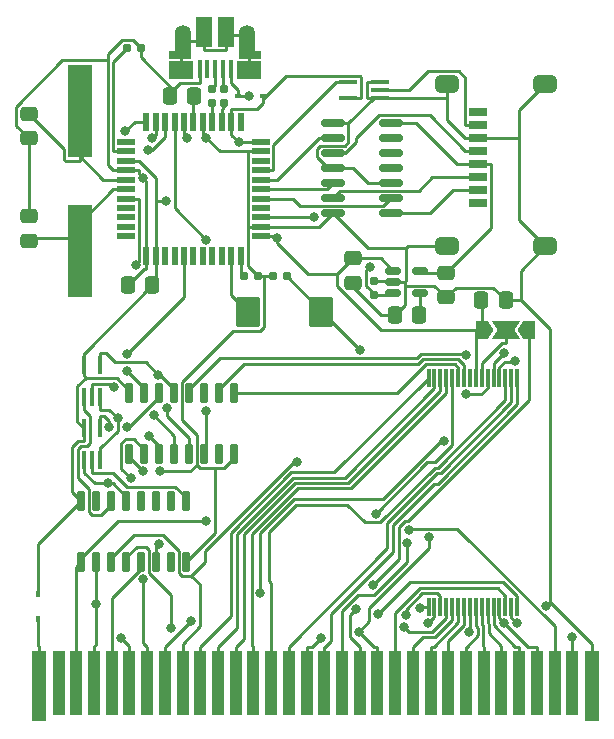
<source format=gbr>
%TF.GenerationSoftware,KiCad,Pcbnew,(6.0.9)*%
%TF.CreationDate,2023-01-10T17:41:50+01:00*%
%TF.ProjectId,gbcart,67626361-7274-42e6-9b69-6361645f7063,rev?*%
%TF.SameCoordinates,Original*%
%TF.FileFunction,Copper,L1,Top*%
%TF.FilePolarity,Positive*%
%FSLAX46Y46*%
G04 Gerber Fmt 4.6, Leading zero omitted, Abs format (unit mm)*
G04 Created by KiCad (PCBNEW (6.0.9)) date 2023-01-10 17:41:50*
%MOMM*%
%LPD*%
G01*
G04 APERTURE LIST*
G04 Aperture macros list*
%AMRoundRect*
0 Rectangle with rounded corners*
0 $1 Rounding radius*
0 $2 $3 $4 $5 $6 $7 $8 $9 X,Y pos of 4 corners*
0 Add a 4 corners polygon primitive as box body*
4,1,4,$2,$3,$4,$5,$6,$7,$8,$9,$2,$3,0*
0 Add four circle primitives for the rounded corners*
1,1,$1+$1,$2,$3*
1,1,$1+$1,$4,$5*
1,1,$1+$1,$6,$7*
1,1,$1+$1,$8,$9*
0 Add four rect primitives between the rounded corners*
20,1,$1+$1,$2,$3,$4,$5,0*
20,1,$1+$1,$4,$5,$6,$7,0*
20,1,$1+$1,$6,$7,$8,$9,0*
20,1,$1+$1,$8,$9,$2,$3,0*%
%AMFreePoly0*
4,1,6,1.000000,0.000000,0.500000,-0.750000,-0.500000,-0.750000,-0.500000,0.750000,0.500000,0.750000,1.000000,0.000000,1.000000,0.000000,$1*%
%AMFreePoly1*
4,1,7,0.700000,0.000000,1.200000,-0.750000,-1.200000,-0.750000,-0.700000,0.000000,-1.200000,0.750000,1.200000,0.750000,0.700000,0.000000,0.700000,0.000000,$1*%
G04 Aperture macros list end*
%TA.AperFunction,SMDPad,CuDef*%
%ADD10RoundRect,0.160000X-0.197500X-0.160000X0.197500X-0.160000X0.197500X0.160000X-0.197500X0.160000X0*%
%TD*%
%TA.AperFunction,SMDPad,CuDef*%
%ADD11R,1.500000X0.800000*%
%TD*%
%TA.AperFunction,SMDPad,CuDef*%
%ADD12RoundRect,0.362500X0.637500X-0.362500X0.637500X0.362500X-0.637500X0.362500X-0.637500X-0.362500X0*%
%TD*%
%TA.AperFunction,SMDPad,CuDef*%
%ADD13R,0.400000X1.650000*%
%TD*%
%TA.AperFunction,ComponentPad*%
%ADD14O,1.100000X1.500000*%
%TD*%
%TA.AperFunction,SMDPad,CuDef*%
%ADD15R,1.350000X2.000000*%
%TD*%
%TA.AperFunction,ComponentPad*%
%ADD16O,1.350000X1.700000*%
%TD*%
%TA.AperFunction,SMDPad,CuDef*%
%ADD17R,2.000000X1.500000*%
%TD*%
%TA.AperFunction,SMDPad,CuDef*%
%ADD18R,1.430000X2.500000*%
%TD*%
%TA.AperFunction,SMDPad,CuDef*%
%ADD19R,1.825000X0.700000*%
%TD*%
%TA.AperFunction,SMDPad,CuDef*%
%ADD20R,0.450000X0.600000*%
%TD*%
%TA.AperFunction,SMDPad,CuDef*%
%ADD21RoundRect,0.250000X0.337500X0.475000X-0.337500X0.475000X-0.337500X-0.475000X0.337500X-0.475000X0*%
%TD*%
%TA.AperFunction,SMDPad,CuDef*%
%ADD22RoundRect,0.250000X-0.337500X-0.475000X0.337500X-0.475000X0.337500X0.475000X-0.337500X0.475000X0*%
%TD*%
%TA.AperFunction,SMDPad,CuDef*%
%ADD23RoundRect,0.160000X-0.160000X0.197500X-0.160000X-0.197500X0.160000X-0.197500X0.160000X0.197500X0*%
%TD*%
%TA.AperFunction,SMDPad,CuDef*%
%ADD24RoundRect,0.150000X-0.512500X-0.150000X0.512500X-0.150000X0.512500X0.150000X-0.512500X0.150000X0*%
%TD*%
%TA.AperFunction,SMDPad,CuDef*%
%ADD25R,0.400000X1.500000*%
%TD*%
%TA.AperFunction,SMDPad,CuDef*%
%ADD26R,0.550000X1.500000*%
%TD*%
%TA.AperFunction,SMDPad,CuDef*%
%ADD27R,1.500000X0.550000*%
%TD*%
%TA.AperFunction,SMDPad,CuDef*%
%ADD28FreePoly0,180.000000*%
%TD*%
%TA.AperFunction,SMDPad,CuDef*%
%ADD29FreePoly1,180.000000*%
%TD*%
%TA.AperFunction,SMDPad,CuDef*%
%ADD30FreePoly0,0.000000*%
%TD*%
%TA.AperFunction,SMDPad,CuDef*%
%ADD31RoundRect,0.150000X0.150000X-0.725000X0.150000X0.725000X-0.150000X0.725000X-0.150000X-0.725000X0*%
%TD*%
%TA.AperFunction,SMDPad,CuDef*%
%ADD32R,1.500000X0.400000*%
%TD*%
%TA.AperFunction,SMDPad,CuDef*%
%ADD33RoundRect,0.160000X0.197500X0.160000X-0.197500X0.160000X-0.197500X-0.160000X0.197500X-0.160000X0*%
%TD*%
%TA.AperFunction,SMDPad,CuDef*%
%ADD34RoundRect,0.075000X-0.075000X0.712500X-0.075000X-0.712500X0.075000X-0.712500X0.075000X0.712500X0*%
%TD*%
%TA.AperFunction,SMDPad,CuDef*%
%ADD35RoundRect,0.250000X-0.475000X0.337500X-0.475000X-0.337500X0.475000X-0.337500X0.475000X0.337500X0*%
%TD*%
%TA.AperFunction,SMDPad,CuDef*%
%ADD36R,0.600000X0.450000*%
%TD*%
%TA.AperFunction,ConnectorPad*%
%ADD37R,1.300000X6.000000*%
%TD*%
%TA.AperFunction,ConnectorPad*%
%ADD38R,1.000000X5.500000*%
%TD*%
%TA.AperFunction,SMDPad,CuDef*%
%ADD39RoundRect,0.150000X-0.825000X-0.150000X0.825000X-0.150000X0.825000X0.150000X-0.825000X0.150000X0*%
%TD*%
%TA.AperFunction,SMDPad,CuDef*%
%ADD40R,2.000000X7.875000*%
%TD*%
%TA.AperFunction,SMDPad,CuDef*%
%ADD41RoundRect,0.250000X0.475000X-0.337500X0.475000X0.337500X-0.475000X0.337500X-0.475000X-0.337500X0*%
%TD*%
%TA.AperFunction,SMDPad,CuDef*%
%ADD42RoundRect,0.160000X0.160000X-0.197500X0.160000X0.197500X-0.160000X0.197500X-0.160000X-0.197500X0*%
%TD*%
%TA.AperFunction,SMDPad,CuDef*%
%ADD43RoundRect,0.250000X-0.787500X-1.025000X0.787500X-1.025000X0.787500X1.025000X-0.787500X1.025000X0*%
%TD*%
%TA.AperFunction,ViaPad*%
%ADD44C,0.800000*%
%TD*%
%TA.AperFunction,Conductor*%
%ADD45C,0.250000*%
%TD*%
G04 APERTURE END LIST*
D10*
%TO.P,R4,1*%
%TO.N,Net-(U1-Pad33)*%
X117766500Y-82296000D03*
%TO.P,R4,2*%
%TO.N,GND*%
X118961500Y-82296000D03*
%TD*%
D11*
%TO.P,J3,1,DAT2*%
%TO.N,unconnected-(J3-Pad1)*%
X137600000Y-76103000D03*
%TO.P,J3,2,DAT3/CD*%
%TO.N,Net-(J3-Pad2)*%
X137600000Y-75003000D03*
%TO.P,J3,3,CMD*%
%TO.N,Net-(J3-Pad3)*%
X137600000Y-73903000D03*
%TO.P,J3,4,VDD*%
%TO.N,+3.3V*%
X137600000Y-72803000D03*
%TO.P,J3,5,CLK*%
%TO.N,Net-(J3-Pad5)*%
X137600000Y-71703000D03*
%TO.P,J3,6,VSS*%
%TO.N,GND*%
X137600000Y-70603000D03*
%TO.P,J3,7,DAT0*%
%TO.N,Net-(J3-Pad7)*%
X137600000Y-69503000D03*
%TO.P,J3,8,DAT1*%
%TO.N,unconnected-(J3-Pad8)*%
X137600000Y-68403000D03*
D12*
%TO.P,J3,9,SHIELD*%
%TO.N,GND*%
X143300000Y-66023000D03*
X135000000Y-79773000D03*
X135000000Y-66023000D03*
X143300000Y-79773000D03*
%TD*%
D13*
%TO.P,J2,1,VBUS*%
%TO.N,Net-(D1-Pad2)*%
X116641000Y-64757000D03*
%TO.P,J2,2,D-*%
%TO.N,Net-(J2-Pad2)*%
X115991000Y-64757000D03*
%TO.P,J2,3,D+*%
%TO.N,Net-(J2-Pad3)*%
X115341000Y-64757000D03*
%TO.P,J2,4,ID*%
%TO.N,unconnected-(J2-Pad4)*%
X114691000Y-64757000D03*
%TO.P,J2,5,GND*%
%TO.N,GND*%
X114041000Y-64757000D03*
D14*
%TO.P,J2,6,Shield*%
%TO.N,unconnected-(J2-Pad6)*%
X117761000Y-64877000D03*
D15*
X118071000Y-62807000D03*
D16*
X112611000Y-61877000D03*
D17*
X112441000Y-64877000D03*
D18*
X116301000Y-61607000D03*
D19*
X112341000Y-63557000D03*
D15*
X112591000Y-62807000D03*
D17*
X118191000Y-64857000D03*
D14*
X112921000Y-64877000D03*
D16*
X118071000Y-61877000D03*
D19*
X118291000Y-63557000D03*
D18*
X114381000Y-61607000D03*
%TD*%
D20*
%TO.P,D2,1,K*%
%TO.N,+5V*%
X100330000Y-109186000D03*
%TO.P,D2,2,A*%
%TO.N,Net-(D2-Pad2)*%
X100330000Y-111286000D03*
%TD*%
D21*
%TO.P,C7,1*%
%TO.N,GND*%
X139954000Y-84328000D03*
%TO.P,C7,2*%
%TO.N,+5V*%
X137879000Y-84328000D03*
%TD*%
D22*
%TO.P,C4,1*%
%TO.N,GND*%
X107950000Y-83058000D03*
%TO.P,C4,2*%
%TO.N,+5V*%
X110025000Y-83058000D03*
%TD*%
D23*
%TO.P,R2,1*%
%TO.N,Net-(J2-Pad3)*%
X115062000Y-66458500D03*
%TO.P,R2,2*%
%TO.N,Net-(R2-Pad2)*%
X115062000Y-67653500D03*
%TD*%
D24*
%TO.P,U8,1,VIN*%
%TO.N,+5V*%
X130434500Y-81854000D03*
%TO.P,U8,2,GND*%
%TO.N,GND*%
X130434500Y-82804000D03*
%TO.P,U8,3,INH*%
%TO.N,Net-(R1-Pad1)*%
X130434500Y-83754000D03*
%TO.P,U8,4,BYP*%
%TO.N,Net-(C1-Pad1)*%
X132709500Y-83754000D03*
%TO.P,U8,5,VOUT*%
%TO.N,+3.3V*%
X132709500Y-81854000D03*
%TD*%
D25*
%TO.P,U3,1*%
%TO.N,Net-(U3-Pad1)*%
X104252000Y-92516000D03*
%TO.P,U3,2*%
%TO.N,/MOSI*%
X104902000Y-92516000D03*
%TO.P,U3,3,GND*%
%TO.N,GND*%
X105552000Y-92516000D03*
%TO.P,U3,4*%
%TO.N,/GB.D7*%
X105552000Y-89856000D03*
%TO.P,U3,5,VCC*%
%TO.N,+5V*%
X104252000Y-89856000D03*
%TD*%
D26*
%TO.P,U1,1,PE6*%
%TO.N,unconnected-(U1-Pad1)*%
X117500000Y-69230000D03*
%TO.P,U1,2,UVCC*%
%TO.N,+5V*%
X116700000Y-69230000D03*
%TO.P,U1,3,D-*%
%TO.N,Net-(R3-Pad2)*%
X115900000Y-69230000D03*
%TO.P,U1,4,D+*%
%TO.N,Net-(R2-Pad2)*%
X115100000Y-69230000D03*
%TO.P,U1,5,UGND*%
%TO.N,GND*%
X114300000Y-69230000D03*
%TO.P,U1,6,UCAP*%
%TO.N,Net-(U1-Pad6)*%
X113500000Y-69230000D03*
%TO.P,U1,7,VBUS*%
%TO.N,Net-(D1-Pad2)*%
X112700000Y-69230000D03*
%TO.P,U1,8,PB0*%
%TO.N,/SS*%
X111900000Y-69230000D03*
%TO.P,U1,9,PB1*%
%TO.N,/SCL*%
X111100000Y-69230000D03*
%TO.P,U1,10,PB2*%
%TO.N,/MOSI*%
X110300000Y-69230000D03*
%TO.P,U1,11,PB3*%
%TO.N,/MISO*%
X109500000Y-69230000D03*
D27*
%TO.P,U1,12,PB7*%
%TO.N,unconnected-(U1-Pad12)*%
X107800000Y-70930000D03*
%TO.P,U1,13,~{RESET}*%
%TO.N,Net-(U1-Pad13)*%
X107800000Y-71730000D03*
%TO.P,U1,14,VCC*%
%TO.N,+5V*%
X107800000Y-72530000D03*
%TO.P,U1,15,GND*%
%TO.N,GND*%
X107800000Y-73330000D03*
%TO.P,U1,16,XTAL2*%
%TO.N,Net-(C3-Pad2)*%
X107800000Y-74130000D03*
%TO.P,U1,17,XTAL1*%
%TO.N,Net-(C2-Pad2)*%
X107800000Y-74930000D03*
%TO.P,U1,18,PD0*%
%TO.N,/IRQ*%
X107800000Y-75730000D03*
%TO.P,U1,19,PD1*%
%TO.N,unconnected-(U1-Pad19)*%
X107800000Y-76530000D03*
%TO.P,U1,20,PD2*%
%TO.N,unconnected-(U1-Pad20)*%
X107800000Y-77330000D03*
%TO.P,U1,21,PD3*%
%TO.N,unconnected-(U1-Pad21)*%
X107800000Y-78130000D03*
%TO.P,U1,22,PD5*%
%TO.N,unconnected-(U1-Pad22)*%
X107800000Y-78930000D03*
D26*
%TO.P,U1,23,GND*%
%TO.N,GND*%
X109500000Y-80630000D03*
%TO.P,U1,24,AVCC*%
%TO.N,+5V*%
X110300000Y-80630000D03*
%TO.P,U1,25,PD4*%
%TO.N,unconnected-(U1-Pad25)*%
X111100000Y-80630000D03*
%TO.P,U1,26,PD6*%
%TO.N,unconnected-(U1-Pad26)*%
X111900000Y-80630000D03*
%TO.P,U1,27,PD7*%
%TO.N,/GB.~{RST}*%
X112700000Y-80630000D03*
%TO.P,U1,28,PB4*%
%TO.N,unconnected-(U1-Pad28)*%
X113500000Y-80630000D03*
%TO.P,U1,29,PB5*%
%TO.N,unconnected-(U1-Pad29)*%
X114300000Y-80630000D03*
%TO.P,U1,30,PB6*%
%TO.N,unconnected-(U1-Pad30)*%
X115100000Y-80630000D03*
%TO.P,U1,31,PC6*%
%TO.N,unconnected-(U1-Pad31)*%
X115900000Y-80630000D03*
%TO.P,U1,32,PC7*%
%TO.N,Net-(U1-Pad32)*%
X116700000Y-80630000D03*
%TO.P,U1,33,~{HWB}/PE2*%
%TO.N,Net-(U1-Pad33)*%
X117500000Y-80630000D03*
D27*
%TO.P,U1,34,VCC*%
%TO.N,+5V*%
X119200000Y-78930000D03*
%TO.P,U1,35,GND*%
%TO.N,GND*%
X119200000Y-78130000D03*
%TO.P,U1,36,PF7*%
%TO.N,Net-(R1-Pad1)*%
X119200000Y-77330000D03*
%TO.P,U1,37,PF6*%
%TO.N,unconnected-(U1-Pad37)*%
X119200000Y-76530000D03*
%TO.P,U1,38,PF5*%
%TO.N,Net-(U1-Pad38)*%
X119200000Y-75730000D03*
%TO.P,U1,39,PF4*%
%TO.N,Net-(U1-Pad39)*%
X119200000Y-74930000D03*
%TO.P,U1,40,PF1*%
%TO.N,Net-(U1-Pad40)*%
X119200000Y-74130000D03*
%TO.P,U1,41,PF0*%
%TO.N,Net-(U1-Pad41)*%
X119200000Y-73330000D03*
%TO.P,U1,42,AREF*%
%TO.N,unconnected-(U1-Pad42)*%
X119200000Y-72530000D03*
%TO.P,U1,43,GND*%
%TO.N,GND*%
X119200000Y-71730000D03*
%TO.P,U1,44,AVCC*%
%TO.N,+5V*%
X119200000Y-70930000D03*
%TD*%
D28*
%TO.P,JP1,1,A*%
%TO.N,/GB.~{WR}*%
X141954000Y-86868000D03*
D29*
%TO.P,JP1,2,C*%
%TO.N,Net-(JP1-Pad2)*%
X139954000Y-86868000D03*
D30*
%TO.P,JP1,3,B*%
%TO.N,+5V*%
X137954000Y-86868000D03*
%TD*%
D23*
%TO.P,R3,1*%
%TO.N,Net-(J2-Pad2)*%
X116078000Y-66458500D03*
%TO.P,R3,2*%
%TO.N,Net-(R3-Pad2)*%
X116078000Y-67653500D03*
%TD*%
D21*
%TO.P,C1,1*%
%TO.N,Net-(C1-Pad1)*%
X132609500Y-85598000D03*
%TO.P,C1,2*%
%TO.N,GND*%
X130534500Y-85598000D03*
%TD*%
%TO.P,C8,1*%
%TO.N,Net-(U1-Pad6)*%
X113559500Y-67056000D03*
%TO.P,C8,2*%
%TO.N,GND*%
X111484500Y-67056000D03*
%TD*%
D31*
%TO.P,U4,1,A0*%
%TO.N,/GB.A0*%
X108077000Y-97317000D03*
%TO.P,U4,2,A1*%
%TO.N,/GB.A1*%
X109347000Y-97317000D03*
%TO.P,U4,3,A2*%
%TO.N,/GB.A2*%
X110617000Y-97317000D03*
%TO.P,U4,4,Q0*%
%TO.N,/IRQ*%
X111887000Y-97317000D03*
%TO.P,U4,5,Q1*%
%TO.N,/MISO*%
X113157000Y-97317000D03*
%TO.P,U4,6,Q2*%
%TO.N,/SS*%
X114427000Y-97317000D03*
%TO.P,U4,7,Q3*%
%TO.N,unconnected-(U4-Pad7)*%
X115697000Y-97317000D03*
%TO.P,U4,8,GND*%
%TO.N,GND*%
X116967000Y-97317000D03*
%TO.P,U4,9,Q4*%
%TO.N,Net-(U4-Pad9)*%
X116967000Y-92167000D03*
%TO.P,U4,10,Q5*%
%TO.N,Net-(U4-Pad10)*%
X115697000Y-92167000D03*
%TO.P,U4,11,Q6*%
%TO.N,unconnected-(U4-Pad11)*%
X114427000Y-92167000D03*
%TO.P,U4,12,Q7*%
%TO.N,Net-(U5-Pad6)*%
X113157000Y-92167000D03*
%TO.P,U4,13,D*%
%TO.N,/GB.D7*%
X111887000Y-92167000D03*
%TO.P,U4,14,E*%
%TO.N,Net-(U4-Pad14)*%
X110617000Y-92167000D03*
%TO.P,U4,15,Clr*%
%TO.N,/GB.~{RST}*%
X109347000Y-92167000D03*
%TO.P,U4,16,VCC*%
%TO.N,+5V*%
X108077000Y-92167000D03*
%TD*%
D32*
%TO.P,U7,1*%
%TO.N,GND*%
X129286000Y-67198000D03*
%TO.P,U7,2*%
%TO.N,Net-(J3-Pad7)*%
X129286000Y-66548000D03*
%TO.P,U7,3,GND*%
%TO.N,GND*%
X129286000Y-65898000D03*
%TO.P,U7,4*%
%TO.N,Net-(U1-Pad41)*%
X126626000Y-65898000D03*
%TO.P,U7,5,VCC*%
%TO.N,+5V*%
X126626000Y-67198000D03*
%TD*%
D33*
%TO.P,R5,1*%
%TO.N,/GB.AUDIO*%
X121412000Y-82296000D03*
%TO.P,R5,2*%
%TO.N,GND*%
X120217000Y-82296000D03*
%TD*%
D34*
%TO.P,U5,1,A11*%
%TO.N,/GB.A11*%
X140910000Y-90896500D03*
%TO.P,U5,2,A9*%
%TO.N,/GB.A9*%
X140410000Y-90896500D03*
%TO.P,U5,3,A8*%
%TO.N,/GB.A8*%
X139910000Y-90896500D03*
%TO.P,U5,4,A13*%
%TO.N,/GB.A13*%
X139410000Y-90896500D03*
%TO.P,U5,5,A14*%
%TO.N,/GB.A14*%
X138910000Y-90896500D03*
%TO.P,U5,6,A17*%
%TO.N,Net-(U5-Pad6)*%
X138410000Y-90896500D03*
%TO.P,U5,7,WE*%
%TO.N,Net-(JP1-Pad2)*%
X137910000Y-90896500D03*
%TO.P,U5,8,VCC*%
%TO.N,+5V*%
X137410000Y-90896500D03*
%TO.P,U5,9,A18*%
%TO.N,unconnected-(U5-Pad9)*%
X136910000Y-90896500D03*
%TO.P,U5,10,A16*%
%TO.N,Net-(U4-Pad10)*%
X136410000Y-90896500D03*
%TO.P,U5,11,A15*%
%TO.N,Net-(U4-Pad9)*%
X135910000Y-90896500D03*
%TO.P,U5,12,A12*%
%TO.N,/GB.A12*%
X135410000Y-90896500D03*
%TO.P,U5,13,A7*%
%TO.N,/GB.A7*%
X134910000Y-90896500D03*
%TO.P,U5,14,A6*%
%TO.N,/GB.A6*%
X134410000Y-90896500D03*
%TO.P,U5,15,A5*%
%TO.N,/GB.A5*%
X133910000Y-90896500D03*
%TO.P,U5,16,A4*%
%TO.N,/GB.A4*%
X133410000Y-90896500D03*
%TO.P,U5,17,A3*%
%TO.N,/GB.A3*%
X133410000Y-110271500D03*
%TO.P,U5,18,A2*%
%TO.N,/GB.A2*%
X133910000Y-110271500D03*
%TO.P,U5,19,A1*%
%TO.N,/GB.A1*%
X134410000Y-110271500D03*
%TO.P,U5,20,A0*%
%TO.N,/GB.A0*%
X134910000Y-110271500D03*
%TO.P,U5,21,D0*%
%TO.N,/GB.D0*%
X135410000Y-110271500D03*
%TO.P,U5,22,D1*%
%TO.N,/GB.D1*%
X135910000Y-110271500D03*
%TO.P,U5,23,D2*%
%TO.N,/GB.D2*%
X136410000Y-110271500D03*
%TO.P,U5,24,GND*%
%TO.N,GND*%
X136910000Y-110271500D03*
%TO.P,U5,25,D3*%
%TO.N,/GB.D3*%
X137410000Y-110271500D03*
%TO.P,U5,26,D4*%
%TO.N,/GB.D4*%
X137910000Y-110271500D03*
%TO.P,U5,27,D5*%
%TO.N,/GB.D5*%
X138410000Y-110271500D03*
%TO.P,U5,28,D6*%
%TO.N,/GB.D6*%
X138910000Y-110271500D03*
%TO.P,U5,29,D7*%
%TO.N,/GB.D7*%
X139410000Y-110271500D03*
%TO.P,U5,30,CE*%
%TO.N,/GB.A15*%
X139910000Y-110271500D03*
%TO.P,U5,31,A10*%
%TO.N,/GB.A10*%
X140410000Y-110271500D03*
%TO.P,U5,32,OE*%
%TO.N,/GB.~{RD}*%
X140910000Y-110271500D03*
%TD*%
D35*
%TO.P,C2,1*%
%TO.N,GND*%
X99568000Y-77216000D03*
%TO.P,C2,2*%
%TO.N,Net-(C2-Pad2)*%
X99568000Y-79291000D03*
%TD*%
D36*
%TO.P,D1,1,K*%
%TO.N,+5V*%
X119414000Y-67056000D03*
%TO.P,D1,2,A*%
%TO.N,Net-(D1-Pad2)*%
X117314000Y-67056000D03*
%TD*%
D37*
%TO.P,J1,1,Pin_1*%
%TO.N,Net-(D2-Pad2)*%
X100431600Y-116992400D03*
D38*
%TO.P,J1,2,Pin_2*%
%TO.N,/GB.PHI*%
X102081600Y-116742400D03*
%TO.P,J1,3,Pin_3*%
%TO.N,/GB.~{WR}*%
X103581600Y-116742400D03*
%TO.P,J1,4,Pin_4*%
%TO.N,/GB.~{RD}*%
X105081600Y-116742400D03*
%TO.P,J1,5,Pin_5*%
%TO.N,/GB.~{CS}*%
X106581600Y-116742400D03*
%TO.P,J1,6,Pin_6*%
%TO.N,/GB.A0*%
X108081600Y-116742400D03*
%TO.P,J1,7,Pin_7*%
%TO.N,/GB.A1*%
X109581600Y-116742400D03*
%TO.P,J1,8,Pin_8*%
%TO.N,/GB.A2*%
X111081600Y-116742400D03*
%TO.P,J1,9,Pin_9*%
%TO.N,/GB.A3*%
X112581600Y-116742400D03*
%TO.P,J1,10,Pin_10*%
%TO.N,/GB.A4*%
X114081600Y-116742400D03*
%TO.P,J1,11,Pin_11*%
%TO.N,/GB.A5*%
X115581600Y-116742400D03*
%TO.P,J1,12,Pin_12*%
%TO.N,/GB.A6*%
X117081600Y-116742400D03*
%TO.P,J1,13,Pin_13*%
%TO.N,/GB.A7*%
X118581600Y-116742400D03*
%TO.P,J1,14,Pin_14*%
%TO.N,/GB.A8*%
X120081600Y-116742400D03*
%TO.P,J1,15,Pin_15*%
%TO.N,/GB.A9*%
X121581600Y-116742400D03*
%TO.P,J1,16,Pin_16*%
%TO.N,/GB.A10*%
X123081600Y-116742400D03*
%TO.P,J1,17,Pin_17*%
%TO.N,/GB.A11*%
X124581600Y-116742400D03*
%TO.P,J1,18,Pin_18*%
%TO.N,/GB.A12*%
X126081600Y-116742400D03*
%TO.P,J1,19,Pin_19*%
%TO.N,/GB.A13*%
X127581600Y-116742400D03*
%TO.P,J1,20,Pin_20*%
%TO.N,/GB.A14*%
X129081600Y-116742400D03*
%TO.P,J1,21,Pin_21*%
%TO.N,/GB.A15*%
X130581600Y-116742400D03*
%TO.P,J1,22,Pin_22*%
%TO.N,/GB.D0*%
X132081600Y-116742400D03*
%TO.P,J1,23,Pin_23*%
%TO.N,/GB.D1*%
X133581600Y-116742400D03*
%TO.P,J1,24,Pin_24*%
%TO.N,/GB.D2*%
X135081600Y-116742400D03*
%TO.P,J1,25,Pin_25*%
%TO.N,/GB.D3*%
X136581600Y-116742400D03*
%TO.P,J1,26,Pin_26*%
%TO.N,/GB.D4*%
X138081600Y-116742400D03*
%TO.P,J1,27,Pin_27*%
%TO.N,/GB.D5*%
X139581600Y-116742400D03*
%TO.P,J1,28,Pin_28*%
%TO.N,/GB.D6*%
X141081600Y-116742400D03*
%TO.P,J1,29,Pin_29*%
%TO.N,/GB.D7*%
X142581600Y-116742400D03*
%TO.P,J1,30,Pin_30*%
%TO.N,/GB.~{RST}*%
X144081600Y-116742400D03*
%TO.P,J1,31,Pin_31*%
%TO.N,/GB.AUDIO*%
X145581600Y-116742400D03*
D37*
%TO.P,J1,32,Pin_32*%
%TO.N,GND*%
X147231600Y-116992400D03*
%TD*%
D35*
%TO.P,C5,1*%
%TO.N,+3.3V*%
X134874000Y-82020500D03*
%TO.P,C5,2*%
%TO.N,GND*%
X134874000Y-84095500D03*
%TD*%
D33*
%TO.P,R6,1*%
%TO.N,GND*%
X109055500Y-62992000D03*
%TO.P,R6,2*%
%TO.N,Net-(U1-Pad13)*%
X107860500Y-62992000D03*
%TD*%
D39*
%TO.P,U6,1*%
%TO.N,GND*%
X125287000Y-69342000D03*
%TO.P,U6,2*%
%TO.N,Net-(U1-Pad40)*%
X125287000Y-70612000D03*
%TO.P,U6,3*%
%TO.N,Net-(J3-Pad5)*%
X125287000Y-71882000D03*
%TO.P,U6,4*%
%TO.N,GND*%
X125287000Y-73152000D03*
%TO.P,U6,5*%
%TO.N,Net-(U1-Pad39)*%
X125287000Y-74422000D03*
%TO.P,U6,6*%
%TO.N,Net-(J3-Pad3)*%
X125287000Y-75692000D03*
%TO.P,U6,7,GND*%
%TO.N,GND*%
X125287000Y-76962000D03*
%TO.P,U6,8*%
%TO.N,Net-(J3-Pad2)*%
X130237000Y-76962000D03*
%TO.P,U6,9*%
%TO.N,Net-(U1-Pad38)*%
X130237000Y-75692000D03*
%TO.P,U6,10*%
%TO.N,GND*%
X130237000Y-74422000D03*
%TO.P,U6,11*%
%TO.N,N/C*%
X130237000Y-73152000D03*
%TO.P,U6,12*%
X130237000Y-71882000D03*
%TO.P,U6,13*%
X130237000Y-70612000D03*
%TO.P,U6,14,VCC*%
%TO.N,+3.3V*%
X130237000Y-69342000D03*
%TD*%
D31*
%TO.P,U2,1,A0*%
%TO.N,/GB.~{WR}*%
X104013000Y-106461000D03*
%TO.P,U2,2,A1*%
%TO.N,/GB.~{RD}*%
X105283000Y-106461000D03*
%TO.P,U2,3,A2*%
%TO.N,/GB.A3*%
X106553000Y-106461000D03*
%TO.P,U2,4,E1*%
%TO.N,/GB.A14*%
X107823000Y-106461000D03*
%TO.P,U2,5,E2*%
%TO.N,/GB.~{CS}*%
X109093000Y-106461000D03*
%TO.P,U2,6,E3*%
%TO.N,/GB.A13*%
X110363000Y-106461000D03*
%TO.P,U2,7,O7*%
%TO.N,unconnected-(U2-Pad7)*%
X111633000Y-106461000D03*
%TO.P,U2,8,GND*%
%TO.N,GND*%
X112903000Y-106461000D03*
%TO.P,U2,9,O6*%
%TO.N,Net-(U9-Pad2)*%
X112903000Y-101311000D03*
%TO.P,U2,10,O5*%
%TO.N,unconnected-(U2-Pad10)*%
X111633000Y-101311000D03*
%TO.P,U2,11,O4*%
%TO.N,unconnected-(U2-Pad11)*%
X110363000Y-101311000D03*
%TO.P,U2,12,O3*%
%TO.N,unconnected-(U2-Pad12)*%
X109093000Y-101311000D03*
%TO.P,U2,13,O2*%
%TO.N,/SCL*%
X107823000Y-101311000D03*
%TO.P,U2,14,O1*%
%TO.N,Net-(U3-Pad1)*%
X106553000Y-101311000D03*
%TO.P,U2,15,O0*%
%TO.N,unconnected-(U2-Pad15)*%
X105283000Y-101311000D03*
%TO.P,U2,16,VCC*%
%TO.N,+5V*%
X104013000Y-101311000D03*
%TD*%
D40*
%TO.P,Y1,1,1*%
%TO.N,Net-(C3-Pad2)*%
X103886000Y-68326000D03*
%TO.P,Y1,2,2*%
%TO.N,Net-(C2-Pad2)*%
X103886000Y-80201000D03*
%TD*%
D41*
%TO.P,C3,1*%
%TO.N,GND*%
X99568000Y-70633500D03*
%TO.P,C3,2*%
%TO.N,Net-(C3-Pad2)*%
X99568000Y-68558500D03*
%TD*%
D25*
%TO.P,U9,1*%
%TO.N,/SCL*%
X104252000Y-97850000D03*
%TO.P,U9,2*%
%TO.N,Net-(U9-Pad2)*%
X104902000Y-97850000D03*
%TO.P,U9,3,GND*%
%TO.N,GND*%
X105552000Y-97850000D03*
%TO.P,U9,4*%
%TO.N,Net-(U4-Pad14)*%
X105552000Y-95190000D03*
%TO.P,U9,5,VCC*%
%TO.N,+5V*%
X104252000Y-95190000D03*
%TD*%
D42*
%TO.P,R1,1*%
%TO.N,Net-(R1-Pad1)*%
X128778000Y-83909500D03*
%TO.P,R1,2*%
%TO.N,GND*%
X128778000Y-82714500D03*
%TD*%
D35*
%TO.P,C6,1*%
%TO.N,+5V*%
X127000000Y-80772000D03*
%TO.P,C6,2*%
%TO.N,GND*%
X127000000Y-82847000D03*
%TD*%
D43*
%TO.P,C9,1*%
%TO.N,Net-(U1-Pad32)*%
X118110000Y-85344000D03*
%TO.P,C9,2*%
%TO.N,/GB.AUDIO*%
X124335000Y-85344000D03*
%TD*%
D44*
%TO.N,Net-(U5-Pad6)*%
X136543300Y-92293600D03*
X136606700Y-88998200D03*
%TO.N,Net-(D1-Pad2)*%
X118217400Y-67056000D03*
X112992000Y-70597100D03*
%TO.N,Net-(U4-Pad14)*%
X106362400Y-95046300D03*
X107843100Y-95078400D03*
%TO.N,/IRQ*%
X108617000Y-81328900D03*
X110146000Y-94048200D03*
%TO.N,/MISO*%
X107746500Y-70023600D03*
X111258700Y-93498700D03*
%TO.N,/MOSI*%
X109977200Y-70598600D03*
X106748800Y-91685800D03*
%TO.N,/SCL*%
X109615900Y-71614700D03*
X106291300Y-99831100D03*
%TO.N,/SS*%
X114588000Y-93674900D03*
X114588000Y-79245500D03*
%TO.N,Net-(R1-Pad1)*%
X123706500Y-77330000D03*
X128412100Y-81525400D03*
%TO.N,+5V*%
X117324900Y-70930000D03*
X120568800Y-79062800D03*
X111152000Y-75938700D03*
%TO.N,/GB.~{WR}*%
X114583100Y-103038000D03*
X128693300Y-108403300D03*
%TO.N,/GB.~{RD}*%
X105283000Y-110075000D03*
X129103500Y-110918800D03*
%TO.N,/GB.A0*%
X131340800Y-111959200D03*
X107328600Y-112897600D03*
X109255800Y-98810800D03*
%TO.N,/GB.A1*%
X109256600Y-107972300D03*
X131475400Y-110959000D03*
X108176600Y-99370100D03*
%TO.N,/GB.A2*%
X133403500Y-111671300D03*
X113282000Y-111466900D03*
X109756900Y-95835700D03*
%TO.N,/GB.A3*%
X132645300Y-110425600D03*
X122234000Y-98041600D03*
%TO.N,/GB.A10*%
X124312300Y-112932100D03*
X140864000Y-111663700D03*
%TO.N,/GB.A12*%
X128951000Y-102405400D03*
X131597300Y-104847100D03*
%TO.N,/GB.A13*%
X110621700Y-104976300D03*
X127257800Y-110490600D03*
X119152400Y-109100100D03*
X134681800Y-96285300D03*
X140688600Y-89491800D03*
%TO.N,/GB.A14*%
X127520700Y-112391000D03*
X111571200Y-112108700D03*
X139772500Y-88797700D03*
X133454700Y-104404900D03*
%TO.N,/GB.D7*%
X139816300Y-111661900D03*
X110535600Y-90668600D03*
%TO.N,/GB.~{RST}*%
X107913700Y-88849200D03*
X107913700Y-90317500D03*
X131724800Y-103748300D03*
%TO.N,/GB.AUDIO*%
X145581600Y-112856500D03*
X127569900Y-88510400D03*
%TO.N,GND*%
X109240000Y-74026500D03*
X114600600Y-70605700D03*
X107112300Y-94345400D03*
X136850200Y-112406000D03*
X143393600Y-110183000D03*
X110710400Y-98815400D03*
%TD*%
D45*
%TO.N,Net-(U1-Pad41)*%
X120275100Y-71173800D02*
X120275100Y-73330000D01*
X125550900Y-65898000D02*
X120275100Y-71173800D01*
X126626000Y-65898000D02*
X125550900Y-65898000D01*
X119200000Y-73330000D02*
X120275100Y-73330000D01*
%TO.N,Net-(U1-Pad40)*%
X120617100Y-74130000D02*
X119200000Y-74130000D01*
X124135100Y-70612000D02*
X120617100Y-74130000D01*
X125287000Y-70612000D02*
X124135100Y-70612000D01*
%TO.N,Net-(U1-Pad39)*%
X124779000Y-74930000D02*
X119200000Y-74930000D01*
X125287000Y-74422000D02*
X124779000Y-74930000D01*
%TO.N,Net-(U1-Pad38)*%
X121957100Y-75730000D02*
X119200000Y-75730000D01*
X122563300Y-76336200D02*
X121957100Y-75730000D01*
X129592800Y-76336200D02*
X122563300Y-76336200D01*
X130237000Y-75692000D02*
X129592800Y-76336200D01*
%TO.N,Net-(U5-Pad6)*%
X137886600Y-92293600D02*
X136543300Y-92293600D01*
X138410000Y-91770200D02*
X137886600Y-92293600D01*
X138410000Y-90896500D02*
X138410000Y-91770200D01*
X136478400Y-88869900D02*
X136606700Y-88998200D01*
X132786500Y-88869900D02*
X136478400Y-88869900D01*
X132403600Y-89252800D02*
X132786500Y-88869900D01*
X115763400Y-89252800D02*
X132403600Y-89252800D01*
X113157000Y-91859200D02*
X115763400Y-89252800D01*
X113157000Y-92167000D02*
X113157000Y-91859200D01*
%TO.N,Net-(U4-Pad10)*%
X115697000Y-91848900D02*
X115697000Y-92167000D01*
X117775800Y-89770100D02*
X115697000Y-91848900D01*
X132522900Y-89770100D02*
X117775800Y-89770100D01*
X132973000Y-89320000D02*
X132522900Y-89770100D01*
X135880200Y-89320000D02*
X132973000Y-89320000D01*
X136410000Y-89849800D02*
X135880200Y-89320000D01*
X136410000Y-90896500D02*
X136410000Y-89849800D01*
%TO.N,Net-(U4-Pad9)*%
X130762700Y-92167000D02*
X116967000Y-92167000D01*
X133159600Y-89770100D02*
X130762700Y-92167000D01*
X135637200Y-89770100D02*
X133159600Y-89770100D01*
X135910000Y-90042900D02*
X135637200Y-89770100D01*
X135910000Y-90896500D02*
X135910000Y-90042900D01*
%TO.N,Net-(U9-Pad2)*%
X104902000Y-97850000D02*
X104902000Y-98925100D01*
X106706200Y-98925100D02*
X104902000Y-98925100D01*
X107888100Y-100107000D02*
X106706200Y-98925100D01*
X111983000Y-100107000D02*
X107888100Y-100107000D01*
X112903000Y-101027000D02*
X111983000Y-100107000D01*
X112903000Y-101311000D02*
X112903000Y-101027000D01*
%TO.N,Net-(R3-Pad2)*%
X116078000Y-67976900D02*
X115900000Y-68154900D01*
X116078000Y-67653500D02*
X116078000Y-67976900D01*
X115900000Y-69230000D02*
X115900000Y-68154900D01*
%TO.N,Net-(R2-Pad2)*%
X115100000Y-67691500D02*
X115100000Y-69230000D01*
X115062000Y-67653500D02*
X115100000Y-67691500D01*
%TO.N,Net-(JP1-Pad2)*%
X139954000Y-86868000D02*
X139954000Y-87943100D01*
X137910000Y-89634800D02*
X137910000Y-90896500D01*
X139601700Y-87943100D02*
X137910000Y-89634800D01*
X139954000Y-87943100D02*
X139601700Y-87943100D01*
%TO.N,Net-(D2-Pad2)*%
X100330000Y-113565700D02*
X100330000Y-111286000D01*
X100431600Y-113667300D02*
X100330000Y-113565700D01*
X100431600Y-116992400D02*
X100431600Y-113667300D01*
%TO.N,Net-(D1-Pad2)*%
X112700000Y-69230000D02*
X112700000Y-70305100D01*
X112992000Y-70597100D02*
X112700000Y-70305100D01*
X116641000Y-64757000D02*
X116641000Y-65907100D01*
X117314000Y-67056000D02*
X118217400Y-67056000D01*
X117239800Y-66505900D02*
X116641000Y-65907100D01*
X117314000Y-66505900D02*
X117239800Y-66505900D01*
X117314000Y-67056000D02*
X117314000Y-66505900D01*
%TO.N,Net-(C3-Pad2)*%
X102690500Y-72588600D02*
X103886000Y-72588600D01*
X102560900Y-72459000D02*
X102690500Y-72588600D01*
X102560900Y-71551400D02*
X102560900Y-72459000D01*
X99568000Y-68558500D02*
X102560900Y-71551400D01*
X103886000Y-68326000D02*
X103886000Y-72143700D01*
X103886000Y-72143700D02*
X103886000Y-72588600D01*
X105872300Y-74130000D02*
X107800000Y-74130000D01*
X103886000Y-72143700D02*
X105872300Y-74130000D01*
%TO.N,Net-(C2-Pad2)*%
X103886000Y-80201000D02*
X103886000Y-79052700D01*
X99806300Y-79052700D02*
X99568000Y-79291000D01*
X103886000Y-79052700D02*
X99806300Y-79052700D01*
X107800000Y-74930000D02*
X106724900Y-74930000D01*
X103886000Y-77768900D02*
X106724900Y-74930000D01*
X103886000Y-79052700D02*
X103886000Y-77768900D01*
%TO.N,Net-(U3-Pad1)*%
X104777200Y-94116300D02*
X104252000Y-93591100D01*
X104777200Y-96391300D02*
X104777200Y-94116300D01*
X104453300Y-96715200D02*
X104777200Y-96391300D01*
X103973600Y-96715200D02*
X104453300Y-96715200D01*
X103726800Y-96962000D02*
X103973600Y-96715200D01*
X103726800Y-99405300D02*
X103726800Y-96962000D01*
X104648000Y-100326500D02*
X103726800Y-99405300D01*
X104648000Y-102230800D02*
X104648000Y-100326500D01*
X104937000Y-102519800D02*
X104648000Y-102230800D01*
X105682700Y-102519800D02*
X104937000Y-102519800D01*
X106553000Y-101649500D02*
X105682700Y-102519800D01*
X106553000Y-101311000D02*
X106553000Y-101649500D01*
X104252000Y-92516000D02*
X104252000Y-93591100D01*
%TO.N,Net-(J2-Pad3)*%
X115341000Y-66179500D02*
X115341000Y-64757000D01*
X115062000Y-66458500D02*
X115341000Y-66179500D01*
%TO.N,Net-(J2-Pad2)*%
X115991000Y-66371500D02*
X115991000Y-64757000D01*
X116078000Y-66458500D02*
X115991000Y-66371500D01*
%TO.N,Net-(U4-Pad14)*%
X105945900Y-94114900D02*
X105552000Y-94114900D01*
X106362400Y-94531400D02*
X105945900Y-94114900D01*
X106362400Y-95046300D02*
X106362400Y-94531400D01*
X105552000Y-95190000D02*
X105552000Y-94114900D01*
X110617000Y-92507100D02*
X110617000Y-92167000D01*
X108045700Y-95078400D02*
X110617000Y-92507100D01*
X107843100Y-95078400D02*
X108045700Y-95078400D01*
%TO.N,/IRQ*%
X107800000Y-75730000D02*
X108875100Y-75730000D01*
X108875100Y-81070800D02*
X108617000Y-81328900D01*
X108875100Y-75730000D02*
X108875100Y-81070800D01*
X111887000Y-95789200D02*
X110146000Y-94048200D01*
X111887000Y-97317000D02*
X111887000Y-95789200D01*
%TO.N,/MISO*%
X108540100Y-69230000D02*
X107746500Y-70023600D01*
X109500000Y-69230000D02*
X108540100Y-69230000D01*
X113157000Y-96033500D02*
X113157000Y-97317000D01*
X111258700Y-94135200D02*
X113157000Y-96033500D01*
X111258700Y-93498700D02*
X111258700Y-94135200D01*
%TO.N,/MOSI*%
X110300000Y-69230000D02*
X110300000Y-70305100D01*
X110270700Y-70305100D02*
X109977200Y-70598600D01*
X110300000Y-70305100D02*
X110270700Y-70305100D01*
X106503900Y-91440900D02*
X104902000Y-91440900D01*
X106748800Y-91685800D02*
X106503900Y-91440900D01*
X104902000Y-92516000D02*
X104902000Y-91440900D01*
%TO.N,/SCL*%
X104252000Y-97850000D02*
X104252000Y-98925100D01*
X111100000Y-69230000D02*
X111100000Y-70305100D01*
X105158000Y-99831100D02*
X106291300Y-99831100D01*
X104252000Y-98925100D02*
X105158000Y-99831100D01*
X107823000Y-100965000D02*
X107823000Y-101311000D01*
X106689100Y-99831100D02*
X107823000Y-100965000D01*
X106291300Y-99831100D02*
X106689100Y-99831100D01*
X111100000Y-70501300D02*
X111100000Y-70305100D01*
X109986600Y-71614700D02*
X111100000Y-70501300D01*
X109615900Y-71614700D02*
X109986600Y-71614700D01*
%TO.N,/SS*%
X111900000Y-76557500D02*
X114588000Y-79245500D01*
X111900000Y-69230000D02*
X111900000Y-76557500D01*
X114588000Y-97156000D02*
X114588000Y-93674900D01*
X114427000Y-97317000D02*
X114588000Y-97156000D01*
%TO.N,Net-(C1-Pad1)*%
X132709500Y-85498000D02*
X132709500Y-83754000D01*
X132609500Y-85598000D02*
X132709500Y-85498000D01*
%TO.N,Net-(R1-Pad1)*%
X119625000Y-77330000D02*
X120275100Y-77330000D01*
X119625000Y-77330000D02*
X119200000Y-77330000D01*
X130279000Y-83909500D02*
X129012500Y-83909500D01*
X130434500Y-83754000D02*
X130279000Y-83909500D01*
X129012500Y-83909500D02*
X128778000Y-83909500D01*
X128132300Y-81805200D02*
X128412100Y-81525400D01*
X128132300Y-83113300D02*
X128132300Y-81805200D01*
X128928500Y-83909500D02*
X128132300Y-83113300D01*
X129012500Y-83909500D02*
X128928500Y-83909500D01*
X120275100Y-77330000D02*
X123706500Y-77330000D01*
%TO.N,Net-(J3-Pad7)*%
X136524900Y-65514600D02*
X136524900Y-69503000D01*
X135975300Y-64965000D02*
X136524900Y-65514600D01*
X133349300Y-64965000D02*
X135975300Y-64965000D01*
X131766300Y-66548000D02*
X133349300Y-64965000D01*
X129286000Y-66548000D02*
X131766300Y-66548000D01*
X137600000Y-69503000D02*
X136524900Y-69503000D01*
%TO.N,Net-(J3-Pad5)*%
X126322100Y-71882000D02*
X125287000Y-71882000D01*
X127285400Y-70918700D02*
X126322100Y-71882000D01*
X127285400Y-70614000D02*
X127285400Y-70918700D01*
X129231000Y-68668400D02*
X127285400Y-70614000D01*
X133490300Y-68668400D02*
X129231000Y-68668400D01*
X136524900Y-71703000D02*
X133490300Y-68668400D01*
X137600000Y-71703000D02*
X136524900Y-71703000D01*
%TO.N,+3.3V*%
X137600000Y-72803000D02*
X138675100Y-72803000D01*
X135842300Y-72803000D02*
X137600000Y-72803000D01*
X132381300Y-69342000D02*
X135842300Y-72803000D01*
X130237000Y-69342000D02*
X132381300Y-69342000D01*
X138675100Y-78219400D02*
X134874000Y-82020500D01*
X138675100Y-72803000D02*
X138675100Y-78219400D01*
X132876000Y-82020500D02*
X132709500Y-81854000D01*
X134874000Y-82020500D02*
X132876000Y-82020500D01*
%TO.N,Net-(J3-Pad3)*%
X133730300Y-73903000D02*
X137600000Y-73903000D01*
X132567100Y-75066200D02*
X133730300Y-73903000D01*
X125912800Y-75066200D02*
X132567100Y-75066200D01*
X125287000Y-75692000D02*
X125912800Y-75066200D01*
%TO.N,Net-(J3-Pad2)*%
X135517300Y-75003000D02*
X137600000Y-75003000D01*
X133558300Y-76962000D02*
X135517300Y-75003000D01*
X130237000Y-76962000D02*
X133558300Y-76962000D01*
%TO.N,Net-(U1-Pad13)*%
X106724900Y-64127600D02*
X107860500Y-62992000D01*
X106724900Y-71730000D02*
X106724900Y-64127600D01*
X107800000Y-71730000D02*
X106724900Y-71730000D01*
%TO.N,Net-(U1-Pad33)*%
X117500000Y-82029500D02*
X117500000Y-80630000D01*
X117766500Y-82296000D02*
X117500000Y-82029500D01*
%TO.N,Net-(U1-Pad32)*%
X116700000Y-83934000D02*
X116700000Y-80630000D01*
X118110000Y-85344000D02*
X116700000Y-83934000D01*
%TO.N,Net-(U1-Pad6)*%
X113500000Y-67115500D02*
X113500000Y-69230000D01*
X113559500Y-67056000D02*
X113500000Y-67115500D01*
%TO.N,unconnected-(J2-Pad6)*%
X118171000Y-64877000D02*
X118191000Y-64857000D01*
X117761000Y-64877000D02*
X118171000Y-64877000D01*
X112341000Y-63057000D02*
X112341000Y-63557000D01*
X112591000Y-62807000D02*
X112341000Y-63057000D01*
X112921000Y-64877000D02*
X112441000Y-64877000D01*
X112441000Y-63657000D02*
X112341000Y-63557000D01*
X112441000Y-64877000D02*
X112441000Y-63657000D01*
X114381000Y-63182100D02*
X116301000Y-63182100D01*
X116301000Y-61607000D02*
X116301000Y-63182100D01*
X114381000Y-61607000D02*
X114381000Y-62394500D01*
X114381000Y-62394500D02*
X114381000Y-63182100D01*
X114381000Y-62394500D02*
X112611000Y-62394500D01*
X112611000Y-61877000D02*
X112611000Y-62394500D01*
X112611000Y-62787000D02*
X112591000Y-62807000D01*
X112611000Y-62394500D02*
X112611000Y-62787000D01*
X116571000Y-61877000D02*
X116301000Y-61607000D01*
X118071000Y-61877000D02*
X116571000Y-61877000D01*
X118071000Y-61877000D02*
X118071000Y-62807000D01*
X118291000Y-63027000D02*
X118291000Y-63557000D01*
X118071000Y-62807000D02*
X118291000Y-63027000D01*
X118191000Y-63657000D02*
X118191000Y-64857000D01*
X118291000Y-63557000D02*
X118191000Y-63657000D01*
%TO.N,+5V*%
X116700000Y-69230000D02*
X116700000Y-70305100D01*
X116700000Y-69230000D02*
X116700000Y-68154900D01*
X119414000Y-67056000D02*
X119414000Y-67331000D01*
X119414000Y-67331000D02*
X119414000Y-67606100D01*
X127701100Y-65475800D02*
X127701100Y-67198000D01*
X127598100Y-65372800D02*
X127701100Y-65475800D01*
X121372200Y-65372800D02*
X127598100Y-65372800D01*
X119414000Y-67331000D02*
X121372200Y-65372800D01*
X126626000Y-67198000D02*
X127701100Y-67198000D01*
X118865200Y-68154900D02*
X119414000Y-67606100D01*
X116700000Y-68154900D02*
X118865200Y-68154900D01*
X104252000Y-89856000D02*
X104252000Y-88780900D01*
X110300000Y-80630000D02*
X110300000Y-79554900D01*
X107800000Y-72530000D02*
X108875100Y-72530000D01*
X104302100Y-88780900D02*
X110025000Y-83058000D01*
X104252000Y-88780900D02*
X104302100Y-88780900D01*
X119200000Y-70930000D02*
X117324900Y-70930000D01*
X117324900Y-70930000D02*
X116700000Y-70305100D01*
X137954000Y-84403000D02*
X137879000Y-84328000D01*
X137954000Y-86868000D02*
X137954000Y-84403000D01*
X129352500Y-80772000D02*
X130434500Y-81854000D01*
X127000000Y-80772000D02*
X129352500Y-80772000D01*
X110300000Y-82783000D02*
X110300000Y-80630000D01*
X110025000Y-83058000D02*
X110300000Y-82783000D01*
X110300000Y-75938700D02*
X111152000Y-75938700D01*
X110300000Y-79554900D02*
X110300000Y-75938700D01*
X110300000Y-73954900D02*
X108875100Y-72530000D01*
X110300000Y-75938700D02*
X110300000Y-73954900D01*
X125651600Y-82120400D02*
X127000000Y-80772000D01*
X137932900Y-86889100D02*
X137410000Y-86889100D01*
X137954000Y-86868000D02*
X137932900Y-86889100D01*
X125651600Y-83140900D02*
X125651600Y-82120400D01*
X129399800Y-86889100D02*
X125651600Y-83140900D01*
X137410000Y-86889100D02*
X129399800Y-86889100D01*
X100330000Y-104994000D02*
X104013000Y-101311000D01*
X100330000Y-109186000D02*
X100330000Y-104994000D01*
X137410000Y-90896500D02*
X137410000Y-86889100D01*
X119200000Y-78930000D02*
X120275100Y-78930000D01*
X120568800Y-79527100D02*
X120568800Y-79062800D01*
X123162100Y-82120400D02*
X120568800Y-79527100D01*
X125651600Y-82120400D02*
X123162100Y-82120400D01*
X120407900Y-79062800D02*
X120275100Y-78930000D01*
X120568800Y-79062800D02*
X120407900Y-79062800D01*
X104453000Y-90948700D02*
X104402800Y-90898400D01*
X107037200Y-90948700D02*
X104453000Y-90948700D01*
X108077000Y-91988500D02*
X107037200Y-90948700D01*
X108077000Y-92167000D02*
X108077000Y-91988500D01*
X104252000Y-90747700D02*
X104252000Y-89856000D01*
X104402800Y-90898400D02*
X104252000Y-90747700D01*
X103665600Y-94603600D02*
X104252000Y-95190000D01*
X103665600Y-91635600D02*
X103665600Y-94603600D01*
X104402800Y-90898400D02*
X103665600Y-91635600D01*
X103244000Y-100542000D02*
X104013000Y-101311000D01*
X103244000Y-96748000D02*
X103244000Y-100542000D01*
X103726900Y-96265100D02*
X103244000Y-96748000D01*
X104252000Y-96265100D02*
X103726900Y-96265100D01*
X104252000Y-95190000D02*
X104252000Y-96265100D01*
%TO.N,/GB.~{WR}*%
X103581600Y-106892400D02*
X104013000Y-106461000D01*
X103581600Y-116742400D02*
X103581600Y-106892400D01*
X107129500Y-103038000D02*
X114583100Y-103038000D01*
X104013000Y-106154500D02*
X107129500Y-103038000D01*
X104013000Y-106461000D02*
X104013000Y-106154500D01*
X141954000Y-92759400D02*
X141954000Y-86868000D01*
X131690200Y-103023200D02*
X141954000Y-92759400D01*
X131395500Y-103023200D02*
X131690200Y-103023200D01*
X130872100Y-103546600D02*
X131395500Y-103023200D01*
X130872100Y-106224500D02*
X130872100Y-103546600D01*
X128693300Y-108403300D02*
X130872100Y-106224500D01*
%TO.N,/GB.~{RD}*%
X105081600Y-116742400D02*
X105081600Y-113667300D01*
X105283000Y-113465900D02*
X105283000Y-110075000D01*
X105081600Y-113667300D02*
X105283000Y-113465900D01*
X105283000Y-110075000D02*
X105283000Y-106461000D01*
X131812500Y-108209800D02*
X129103500Y-110918800D01*
X139716500Y-108209800D02*
X131812500Y-108209800D01*
X140910000Y-109403300D02*
X139716500Y-108209800D01*
X140910000Y-110271500D02*
X140910000Y-109403300D01*
%TO.N,/GB.~{CS}*%
X109093000Y-107076800D02*
X109093000Y-106461000D01*
X106581600Y-109588200D02*
X109093000Y-107076800D01*
X106581600Y-113667300D02*
X106581600Y-109588200D01*
X106581600Y-116742400D02*
X106581600Y-113667300D01*
%TO.N,/GB.A0*%
X131778000Y-112396400D02*
X131340800Y-111959200D01*
X133710900Y-112396400D02*
X131778000Y-112396400D01*
X134910000Y-111197300D02*
X133710900Y-112396400D01*
X134910000Y-110271500D02*
X134910000Y-111197300D01*
X108077000Y-97632000D02*
X108077000Y-97317000D01*
X109255800Y-98810800D02*
X108077000Y-97632000D01*
X108081600Y-113650600D02*
X107328600Y-112897600D01*
X108081600Y-116742400D02*
X108081600Y-113650600D01*
%TO.N,/GB.A1*%
X109581600Y-116742400D02*
X109581600Y-113667300D01*
X109256600Y-113342300D02*
X109256600Y-107972300D01*
X109581600Y-113667300D02*
X109256600Y-113342300D01*
X107404500Y-98598000D02*
X108176600Y-99370100D01*
X107404500Y-96441600D02*
X107404500Y-98598000D01*
X107754900Y-96091200D02*
X107404500Y-96441600D01*
X108460100Y-96091200D02*
X107754900Y-96091200D01*
X109347000Y-96978100D02*
X108460100Y-96091200D01*
X109347000Y-97317000D02*
X109347000Y-96978100D01*
X134410000Y-109401900D02*
X134410000Y-110271500D01*
X134160500Y-109152400D02*
X134410000Y-109401900D01*
X132892800Y-109152400D02*
X134160500Y-109152400D01*
X131475400Y-110569800D02*
X132892800Y-109152400D01*
X131475400Y-110959000D02*
X131475400Y-110569800D01*
%TO.N,/GB.A2*%
X111081600Y-116742400D02*
X111081600Y-113667300D01*
X111081600Y-113667300D02*
X113282000Y-111466900D01*
X110617000Y-96695800D02*
X109756900Y-95835700D01*
X110617000Y-97317000D02*
X110617000Y-96695800D01*
X133910000Y-111164800D02*
X133403500Y-111671300D01*
X133910000Y-110271500D02*
X133910000Y-111164800D01*
%TO.N,/GB.A3*%
X132799400Y-110271500D02*
X132645300Y-110425600D01*
X133410000Y-110271500D02*
X132799400Y-110271500D01*
X112581600Y-113399300D02*
X112581600Y-116742400D01*
X114034000Y-111946900D02*
X112581600Y-113399300D01*
X114034000Y-108383100D02*
X114034000Y-111946900D01*
X113314000Y-107663100D02*
X114034000Y-108383100D01*
X112529500Y-107663100D02*
X113314000Y-107663100D01*
X112268000Y-107401600D02*
X112529500Y-107663100D01*
X112268000Y-105547900D02*
X112268000Y-107401600D01*
X110966100Y-104246000D02*
X112268000Y-105547900D01*
X108484100Y-104246000D02*
X110966100Y-104246000D01*
X106553000Y-106177100D02*
X108484100Y-104246000D01*
X106553000Y-106461000D02*
X106553000Y-106177100D01*
X114483900Y-106493200D02*
X113314000Y-107663100D01*
X114483900Y-105544100D02*
X114483900Y-106493200D01*
X121986400Y-98041600D02*
X114483900Y-105544100D01*
X122234000Y-98041600D02*
X121986400Y-98041600D01*
%TO.N,/GB.A4*%
X114081600Y-116742400D02*
X114081600Y-113667300D01*
X116660200Y-111088700D02*
X114081600Y-113667300D01*
X116660200Y-104004400D02*
X116660200Y-111088700D01*
X121754300Y-98910300D02*
X116660200Y-104004400D01*
X125396200Y-98910300D02*
X121754300Y-98910300D01*
X133410000Y-90896500D02*
X125396200Y-98910300D01*
%TO.N,/GB.A5*%
X115581600Y-116742400D02*
X115581600Y-113667300D01*
X117159600Y-112089300D02*
X115581600Y-113667300D01*
X117159600Y-104141600D02*
X117159600Y-112089300D01*
X121940800Y-99360400D02*
X117159600Y-104141600D01*
X126354600Y-99360400D02*
X121940800Y-99360400D01*
X133910000Y-91805000D02*
X126354600Y-99360400D01*
X133910000Y-90896500D02*
X133910000Y-91805000D01*
%TO.N,/GB.A6*%
X134410000Y-91986700D02*
X134410000Y-90896500D01*
X126586200Y-99810500D02*
X134410000Y-91986700D01*
X122127300Y-99810500D02*
X126586200Y-99810500D01*
X117768600Y-104169200D02*
X122127300Y-99810500D01*
X117768600Y-112980300D02*
X117768600Y-104169200D01*
X117081600Y-113667300D02*
X117768600Y-112980300D01*
X117081600Y-116742400D02*
X117081600Y-113667300D01*
%TO.N,/GB.A7*%
X118581600Y-116742400D02*
X118581600Y-113667300D01*
X134910000Y-92153900D02*
X134910000Y-90896500D01*
X126803200Y-100260700D02*
X134910000Y-92153900D01*
X122313700Y-100260700D02*
X126803200Y-100260700D01*
X118427300Y-104147100D02*
X122313700Y-100260700D01*
X118427300Y-113513000D02*
X118427300Y-104147100D01*
X118581600Y-113667300D02*
X118427300Y-113513000D01*
%TO.N,/GB.A8*%
X120081600Y-116742400D02*
X120081600Y-113667300D01*
X120081600Y-108302100D02*
X120081600Y-113667300D01*
X119870400Y-108090900D02*
X120081600Y-108302100D01*
X119870400Y-103977200D02*
X119870400Y-108090900D01*
X122155200Y-101692400D02*
X119870400Y-103977200D01*
X126534800Y-101692400D02*
X122155200Y-101692400D01*
X127990100Y-103147700D02*
X126534800Y-101692400D01*
X129322600Y-103147700D02*
X127990100Y-103147700D01*
X133956300Y-98514000D02*
X129322600Y-103147700D01*
X134199000Y-98514000D02*
X133956300Y-98514000D01*
X139910000Y-92803000D02*
X134199000Y-98514000D01*
X139910000Y-90896500D02*
X139910000Y-92803000D01*
%TO.N,/GB.A9*%
X129910000Y-105338900D02*
X121581600Y-113667300D01*
X129910000Y-103196800D02*
X129910000Y-105338900D01*
X134142700Y-98964100D02*
X129910000Y-103196800D01*
X134430800Y-98964100D02*
X134142700Y-98964100D01*
X140410000Y-92984900D02*
X134430800Y-98964100D01*
X140410000Y-90896500D02*
X140410000Y-92984900D01*
X121581600Y-116742400D02*
X121581600Y-113667300D01*
%TO.N,/GB.A10*%
X123081600Y-116742400D02*
X123081600Y-113667300D01*
X123577100Y-113667300D02*
X124312300Y-112932100D01*
X123081600Y-113667300D02*
X123577100Y-113667300D01*
X140410000Y-111209700D02*
X140864000Y-111663700D01*
X140410000Y-110271500D02*
X140410000Y-111209700D01*
%TO.N,/GB.A11*%
X124581600Y-116742400D02*
X124581600Y-113667300D01*
X140910000Y-93144600D02*
X140910000Y-90896500D01*
X134190300Y-99864300D02*
X140910000Y-93144600D01*
X133899500Y-99864300D02*
X134190300Y-99864300D01*
X130403700Y-103360100D02*
X133899500Y-99864300D01*
X130403700Y-105667600D02*
X130403700Y-103360100D01*
X125165900Y-110905400D02*
X130403700Y-105667600D01*
X125165900Y-113156200D02*
X125165900Y-110905400D01*
X124654800Y-113667300D02*
X125165900Y-113156200D01*
X124581600Y-113667300D02*
X124654800Y-113667300D01*
%TO.N,/GB.A12*%
X131597300Y-106524800D02*
X131597300Y-104847100D01*
X128832400Y-109289700D02*
X131597300Y-106524800D01*
X127418200Y-109289700D02*
X128832400Y-109289700D01*
X126081600Y-110626300D02*
X127418200Y-109289700D01*
X126081600Y-116742400D02*
X126081600Y-110626300D01*
X133292500Y-98063900D02*
X128951000Y-102405400D01*
X133928900Y-98063900D02*
X133292500Y-98063900D01*
X135410000Y-96582800D02*
X133928900Y-98063900D01*
X135410000Y-90896500D02*
X135410000Y-96582800D01*
%TO.N,/GB.A13*%
X127581600Y-116742400D02*
X127581600Y-113667300D01*
X110363000Y-105235000D02*
X110621700Y-104976300D01*
X110363000Y-106461000D02*
X110363000Y-105235000D01*
X140657600Y-89522800D02*
X140688600Y-89491800D01*
X139907300Y-89522800D02*
X140657600Y-89522800D01*
X139410000Y-90020100D02*
X139907300Y-89522800D01*
X139410000Y-90896500D02*
X139410000Y-90020100D01*
X126787800Y-110960600D02*
X127257800Y-110490600D01*
X126787800Y-112873500D02*
X126787800Y-110960600D01*
X127581600Y-113667300D02*
X126787800Y-112873500D01*
X134434400Y-96285300D02*
X134681800Y-96285300D01*
X129558900Y-101160800D02*
X134434400Y-96285300D01*
X122050200Y-101160800D02*
X129558900Y-101160800D01*
X119152400Y-104058600D02*
X122050200Y-101160800D01*
X119152400Y-109100100D02*
X119152400Y-104058600D01*
%TO.N,/GB.A14*%
X111571200Y-109261100D02*
X111571200Y-112108700D01*
X109718800Y-107408700D02*
X111571200Y-109261100D01*
X109718800Y-105449600D02*
X109718800Y-107408700D01*
X109486800Y-105217600D02*
X109718800Y-105449600D01*
X108715400Y-105217600D02*
X109486800Y-105217600D01*
X107823000Y-106110000D02*
X108715400Y-105217600D01*
X107823000Y-106461000D02*
X107823000Y-106110000D01*
X129081600Y-116742400D02*
X129081600Y-113667300D01*
X128797000Y-113667300D02*
X127520700Y-112391000D01*
X129081600Y-113667300D02*
X128797000Y-113667300D01*
X138910000Y-89660200D02*
X138910000Y-90896500D01*
X139772500Y-88797700D02*
X138910000Y-89660200D01*
X133454700Y-105304000D02*
X133454700Y-104404900D01*
X128378300Y-110380400D02*
X133454700Y-105304000D01*
X128378300Y-111533400D02*
X128378300Y-110380400D01*
X127520700Y-112391000D02*
X128378300Y-111533400D01*
%TO.N,/GB.A15*%
X130581600Y-116742400D02*
X130581600Y-113667300D01*
X139910000Y-109345800D02*
X139910000Y-110271500D01*
X139266500Y-108702300D02*
X139910000Y-109345800D01*
X132706400Y-108702300D02*
X139266500Y-108702300D01*
X130581600Y-110827100D02*
X132706400Y-108702300D01*
X130581600Y-113667300D02*
X130581600Y-110827100D01*
%TO.N,/GB.D0*%
X132081600Y-116742400D02*
X132081600Y-113667300D01*
X132902400Y-112846500D02*
X132081600Y-113667300D01*
X133960000Y-112846500D02*
X132902400Y-112846500D01*
X135410000Y-111396500D02*
X133960000Y-112846500D01*
X135410000Y-110271500D02*
X135410000Y-111396500D01*
%TO.N,/GB.D1*%
X133581600Y-116742400D02*
X133581600Y-113667300D01*
X133840600Y-113667300D02*
X133581600Y-113667300D01*
X135910000Y-111597900D02*
X133840600Y-113667300D01*
X135910000Y-110271500D02*
X135910000Y-111597900D01*
%TO.N,/GB.D2*%
X135081600Y-113149200D02*
X135081600Y-116742400D01*
X136410000Y-111820800D02*
X135081600Y-113149200D01*
X136410000Y-110271500D02*
X136410000Y-111820800D01*
%TO.N,/GB.D3*%
X136581600Y-116742400D02*
X136581600Y-113667300D01*
X137410000Y-111922400D02*
X137410000Y-110271500D01*
X137593200Y-112105600D02*
X137410000Y-111922400D01*
X137593200Y-112706400D02*
X137593200Y-112105600D01*
X136632300Y-113667300D02*
X137593200Y-112706400D01*
X136581600Y-113667300D02*
X136632300Y-113667300D01*
%TO.N,/GB.D4*%
X138081600Y-116742400D02*
X138081600Y-113667300D01*
X137910000Y-111785800D02*
X137910000Y-110271500D01*
X138043300Y-111919100D02*
X137910000Y-111785800D01*
X138043300Y-113629000D02*
X138043300Y-111919100D01*
X138081600Y-113667300D02*
X138043300Y-113629000D01*
%TO.N,/GB.D5*%
X138410000Y-111649200D02*
X138410000Y-110271500D01*
X138493400Y-111732600D02*
X138410000Y-111649200D01*
X138493400Y-112533300D02*
X138493400Y-111732600D01*
X139581600Y-113621500D02*
X138493400Y-112533300D01*
X139581600Y-116742400D02*
X139581600Y-113621500D01*
%TO.N,/GB.D6*%
X138910000Y-111512500D02*
X138910000Y-110271500D01*
X138966100Y-111568600D02*
X138910000Y-111512500D01*
X138966100Y-111868900D02*
X138966100Y-111568600D01*
X140764500Y-113667300D02*
X138966100Y-111868900D01*
X141081600Y-113667300D02*
X140764500Y-113667300D01*
X141081600Y-116742400D02*
X141081600Y-113667300D01*
%TO.N,/GB.D7*%
X142581600Y-116742400D02*
X142581600Y-113667300D01*
X139410000Y-111255600D02*
X139410000Y-110271500D01*
X139816300Y-111661900D02*
X139410000Y-111255600D01*
X105552000Y-89856000D02*
X105552000Y-88780900D01*
X141821700Y-113667300D02*
X139816300Y-111661900D01*
X142581600Y-113667300D02*
X141821700Y-113667300D01*
X109459400Y-89592400D02*
X110535600Y-90668600D01*
X106888600Y-89592400D02*
X109459400Y-89592400D01*
X106077100Y-88780900D02*
X106888600Y-89592400D01*
X105552000Y-88780900D02*
X106077100Y-88780900D01*
X110667400Y-90668600D02*
X110535600Y-90668600D01*
X111887000Y-91888200D02*
X110667400Y-90668600D01*
X111887000Y-92167000D02*
X111887000Y-91888200D01*
%TO.N,/GB.~{RST}*%
X109347000Y-91750800D02*
X107913700Y-90317500D01*
X109347000Y-92167000D02*
X109347000Y-91750800D01*
X112700000Y-84062900D02*
X107913700Y-88849200D01*
X112700000Y-80630000D02*
X112700000Y-84062900D01*
X144081600Y-116742400D02*
X144081600Y-113667300D01*
X131793300Y-103679800D02*
X131724800Y-103748300D01*
X135842300Y-103679800D02*
X131793300Y-103679800D01*
X144081600Y-111919100D02*
X135842300Y-103679800D01*
X144081600Y-113667300D02*
X144081600Y-111919100D01*
%TO.N,/GB.AUDIO*%
X145581600Y-116742400D02*
X145581600Y-112856500D01*
X124403500Y-85344000D02*
X127569900Y-88510400D01*
X124335000Y-85344000D02*
X124403500Y-85344000D01*
X124335000Y-85219000D02*
X121412000Y-82296000D01*
X124335000Y-85344000D02*
X124335000Y-85219000D01*
%TO.N,GND*%
X114300000Y-69230000D02*
X114300000Y-70089300D01*
X114300000Y-70192000D02*
X114300000Y-70305100D01*
X114300000Y-70089300D02*
X114300000Y-70192000D01*
X109500000Y-80630000D02*
X109500000Y-81705100D01*
X114041000Y-64757000D02*
X114041000Y-65907100D01*
X128748500Y-67198000D02*
X128210900Y-67198000D01*
X128210900Y-65898000D02*
X128210900Y-67198000D01*
X129286000Y-65898000D02*
X128210900Y-65898000D01*
X111799700Y-66740800D02*
X111799700Y-66517200D01*
X111484500Y-67056000D02*
X111799700Y-66740800D01*
X112338400Y-65978500D02*
X111799700Y-66517200D01*
X113969600Y-65978500D02*
X112338400Y-65978500D01*
X114041000Y-65907100D02*
X113969600Y-65978500D01*
X109055500Y-63773000D02*
X109055500Y-62992000D01*
X111799700Y-66517200D02*
X109055500Y-63773000D01*
X109500000Y-80630000D02*
X109500000Y-79554900D01*
X128748500Y-67198000D02*
X129286000Y-67198000D01*
X128748500Y-67198000D02*
X126604500Y-69342000D01*
X126604500Y-69342000D02*
X125287000Y-69342000D01*
X119200000Y-78130000D02*
X120275100Y-78130000D01*
X105552000Y-92516000D02*
X105552000Y-93591100D01*
X109302900Y-81705100D02*
X107950000Y-83058000D01*
X109500000Y-81705100D02*
X109302900Y-81705100D01*
X106358000Y-93591100D02*
X105552000Y-93591100D01*
X107112300Y-94345400D02*
X106358000Y-93591100D01*
X130345000Y-82714500D02*
X130434500Y-82804000D01*
X128778000Y-82714500D02*
X130345000Y-82714500D01*
X107112300Y-95379300D02*
X107112300Y-94345400D01*
X105716700Y-96774900D02*
X107112300Y-95379300D01*
X105552000Y-96774900D02*
X105716700Y-96774900D01*
X119200000Y-78130000D02*
X118237500Y-78130000D01*
X105552000Y-97850000D02*
X105552000Y-96774900D01*
X129394200Y-85598000D02*
X130534500Y-85598000D01*
X127000000Y-83203800D02*
X129394200Y-85598000D01*
X127000000Y-82847000D02*
X127000000Y-83203800D01*
X131429800Y-84702700D02*
X130534500Y-85598000D01*
X131429800Y-83126900D02*
X131429800Y-84702700D01*
X147231600Y-113479500D02*
X147231600Y-116992400D01*
X143664400Y-109912200D02*
X147231600Y-113479500D01*
X143393600Y-110183000D02*
X143664400Y-109912200D01*
X136910000Y-112346200D02*
X136850200Y-112406000D01*
X136910000Y-110271500D02*
X136910000Y-112346200D01*
X120217000Y-82296000D02*
X119503700Y-82296000D01*
X119503700Y-82296000D02*
X118961500Y-82296000D01*
X113232800Y-98815400D02*
X110710400Y-98815400D01*
X113792000Y-98256200D02*
X113232800Y-98815400D01*
X119503700Y-86584900D02*
X119503700Y-82296000D01*
X119143500Y-86945100D02*
X119503700Y-86584900D01*
X116829100Y-86945100D02*
X119143500Y-86945100D01*
X112531200Y-91243000D02*
X116829100Y-86945100D01*
X112531200Y-94453000D02*
X112531200Y-91243000D01*
X113792000Y-95713800D02*
X112531200Y-94453000D01*
X113792000Y-98256200D02*
X113792000Y-95713800D01*
X115309900Y-104054100D02*
X112903000Y-106461000D01*
X115309900Y-98545400D02*
X115309900Y-104054100D01*
X116076900Y-98545400D02*
X115309900Y-98545400D01*
X116967000Y-97655300D02*
X116076900Y-98545400D01*
X116967000Y-97317000D02*
X116967000Y-97655300D01*
X114081200Y-98545400D02*
X113792000Y-98256200D01*
X115309900Y-98545400D02*
X114081200Y-98545400D01*
X107800000Y-73330000D02*
X106724900Y-73330000D01*
X106270800Y-72875900D02*
X106270800Y-64037300D01*
X106724900Y-73330000D02*
X106270800Y-72875900D01*
X108352800Y-62289300D02*
X109055500Y-62992000D01*
X107459300Y-62289300D02*
X108352800Y-62289300D01*
X106270800Y-63477800D02*
X107459300Y-62289300D01*
X106270800Y-64037300D02*
X106270800Y-63477800D01*
X99568000Y-77216000D02*
X99568000Y-70633500D01*
X102404900Y-64037300D02*
X106270800Y-64037300D01*
X98488500Y-67953700D02*
X102404900Y-64037300D01*
X98488500Y-69554000D02*
X98488500Y-67953700D01*
X99568000Y-70633500D02*
X98488500Y-69554000D01*
X118124900Y-81459400D02*
X118961500Y-82296000D01*
X118124900Y-78130000D02*
X118124900Y-81459400D01*
X118237500Y-78130000D02*
X118124900Y-78130000D01*
X114300000Y-70305100D02*
X114600600Y-70605700D01*
X118124900Y-78130000D02*
X118124900Y-71730000D01*
X115724900Y-71730000D02*
X118124900Y-71730000D01*
X114600600Y-70605700D02*
X115724900Y-71730000D01*
X130434500Y-82804000D02*
X131422600Y-82804000D01*
X131429800Y-82811200D02*
X131429800Y-83126900D01*
X131422600Y-82804000D02*
X131429800Y-82811200D01*
X124119000Y-78130000D02*
X125287000Y-76962000D01*
X120275100Y-78130000D02*
X124119000Y-78130000D01*
X131497300Y-82729300D02*
X131497300Y-79928200D01*
X131422600Y-82804000D02*
X131497300Y-82729300D01*
X131652500Y-79773000D02*
X131497300Y-79928200D01*
X135000000Y-79773000D02*
X131652500Y-79773000D01*
X128253200Y-79928200D02*
X125287000Y-76962000D01*
X131497300Y-79928200D02*
X128253200Y-79928200D01*
X124880500Y-73152000D02*
X125287000Y-73152000D01*
X123971100Y-72242600D02*
X124880500Y-73152000D01*
X123971100Y-71516400D02*
X123971100Y-72242600D01*
X124240500Y-71247000D02*
X123971100Y-71516400D01*
X126320400Y-71247000D02*
X124240500Y-71247000D01*
X126604500Y-70962900D02*
X126320400Y-71247000D01*
X126604500Y-69342000D02*
X126604500Y-70962900D01*
X128265700Y-74422000D02*
X130237000Y-74422000D01*
X126995700Y-73152000D02*
X128265700Y-74422000D01*
X125287000Y-73152000D02*
X126995700Y-73152000D01*
X135000000Y-69078100D02*
X135000000Y-67198000D01*
X136524900Y-70603000D02*
X135000000Y-69078100D01*
X135000000Y-66023000D02*
X135000000Y-67198000D01*
X135000000Y-67198000D02*
X129286000Y-67198000D01*
X133905400Y-83126900D02*
X131429800Y-83126900D01*
X134874000Y-84095500D02*
X133905400Y-83126900D01*
X138901800Y-83275800D02*
X139954000Y-84328000D01*
X135693700Y-83275800D02*
X138901800Y-83275800D01*
X134874000Y-84095500D02*
X135693700Y-83275800D01*
X143664400Y-86793500D02*
X141198900Y-84328000D01*
X143664400Y-109912200D02*
X143664400Y-86793500D01*
X141198900Y-84328000D02*
X139954000Y-84328000D01*
X118662500Y-71730000D02*
X118124900Y-71730000D01*
X118662500Y-71730000D02*
X119200000Y-71730000D01*
X137062500Y-70603000D02*
X136524900Y-70603000D01*
X137062500Y-70603000D02*
X137600000Y-70603000D01*
X141198900Y-81874100D02*
X141198900Y-84328000D01*
X143300000Y-79773000D02*
X141198900Y-81874100D01*
X137600000Y-70603000D02*
X141100100Y-70603000D01*
X141100100Y-68222900D02*
X141100100Y-70603000D01*
X143300000Y-66023000D02*
X141100100Y-68222900D01*
X141100100Y-77573100D02*
X143300000Y-79773000D01*
X141100100Y-70603000D02*
X141100100Y-77573100D01*
X109500000Y-74286500D02*
X109240000Y-74026500D01*
X109500000Y-79554900D02*
X109500000Y-74286500D01*
X108875100Y-73661600D02*
X108875100Y-73330000D01*
X109240000Y-74026500D02*
X108875100Y-73661600D01*
X107800000Y-73330000D02*
X108875100Y-73330000D01*
%TD*%
M02*

</source>
